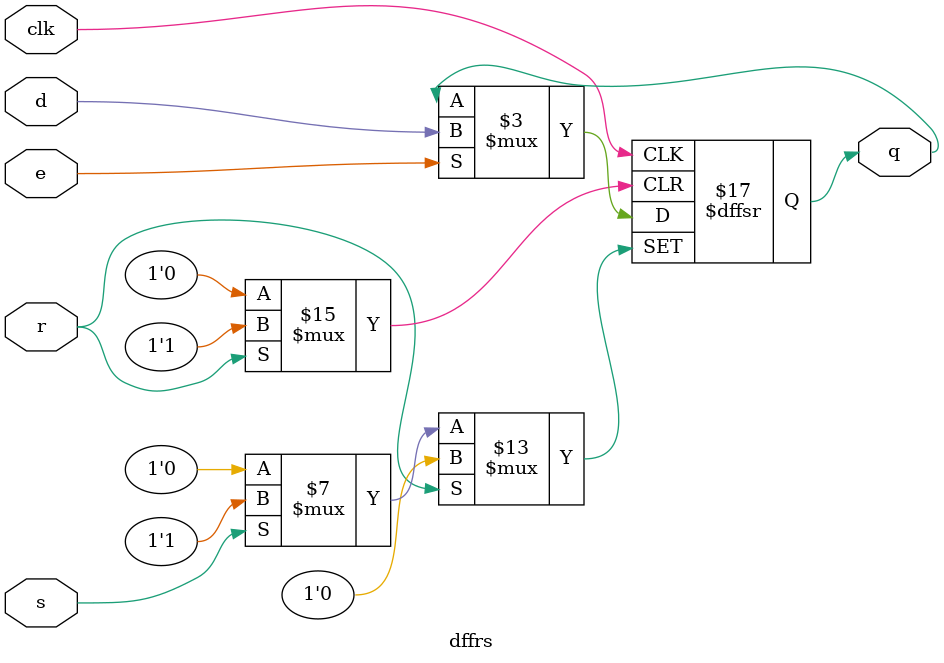
<source format=v>
module dffrs (
    input wire d,
    input wire clk,
    input wire r,
    input wire s,
    input wire e,
    output reg q
);
	initial begin
		q = 0;
	end

	always @(posedge clk or posedge r or posedge s) begin
		if (r)
			q <= 1'b0;
		else if (s)
			q <= 1'b1;
		else if (e)
			q <= d;
	end

endmodule

</source>
